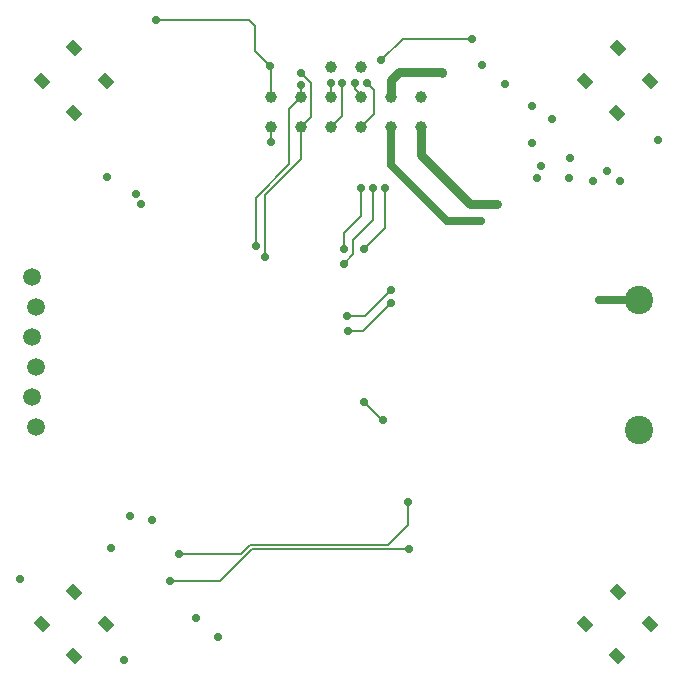
<source format=gbl>
G04*
G04 #@! TF.GenerationSoftware,Altium Limited,Altium Designer,22.2.1 (43)*
G04*
G04 Layer_Physical_Order=2*
G04 Layer_Color=16711680*
%FSLAX44Y44*%
%MOMM*%
G71*
G04*
G04 #@! TF.SameCoordinates,94726236-D1AE-4565-9949-D72E77048C11*
G04*
G04*
G04 #@! TF.FilePolarity,Positive*
G04*
G01*
G75*
%ADD11C,0.2000*%
%ADD91C,1.0000*%
%ADD99C,0.7000*%
%ADD100C,0.8000*%
%ADD104C,2.4000*%
%ADD105C,1.5000*%
%ADD106C,0.7000*%
G04:AMPARAMS|DCode=107|XSize=1.1mm|YSize=0.9mm|CornerRadius=0mm|HoleSize=0mm|Usage=FLASHONLY|Rotation=315.000|XOffset=0mm|YOffset=0mm|HoleType=Round|Shape=Rectangle|*
%AMROTATEDRECTD107*
4,1,4,-0.7071,0.0707,-0.0707,0.7071,0.7071,-0.0707,0.0707,-0.7071,-0.7071,0.0707,0.0*
%
%ADD107ROTATEDRECTD107*%

D11*
X-68750Y80500D02*
Y133250D01*
X-38100Y163900D01*
X-76250Y90000D02*
X-76000Y89750D01*
X-76250Y90000D02*
Y130841D01*
X1750Y18500D02*
X2250Y18000D01*
X15000D01*
X38750Y41750D01*
X1500Y30500D02*
X16500D01*
X38750Y52750D01*
X48250Y265750D02*
X106750D01*
X30000Y247500D02*
X48250Y265750D01*
X35850Y-162900D02*
X52500Y-146250D01*
Y-126750D01*
X-80741Y-162900D02*
X35850D01*
X-88591Y-170750D02*
X-80741Y-162900D01*
X-141000Y-170750D02*
X-88591D01*
X-106250Y-193500D02*
X-79250Y-166500D01*
X53750D01*
X-148750Y-193500D02*
X-106250D01*
X-38100Y190500D02*
X-29000Y199600D01*
Y227750D01*
X-38000Y236750D02*
X-29000Y227750D01*
X-38050Y215950D02*
Y226450D01*
X-38100Y215900D02*
X-38050Y215950D01*
Y226450D02*
X-38000Y226500D01*
X-76250Y130841D02*
X-47750Y159341D01*
Y206250D01*
X-38100Y215900D01*
Y163900D02*
Y190500D01*
X-82000Y281250D02*
X-77000Y276250D01*
X-160250Y281250D02*
X-82000D01*
X-77000Y255500D02*
Y276250D01*
Y255500D02*
X-63750Y242250D01*
X-63625Y216025D02*
X-63500Y215900D01*
X-63750Y242250D02*
X-63625Y242125D01*
Y216025D02*
Y242125D01*
X-63500Y178000D02*
Y190500D01*
Y178000D02*
X-63500Y178000D01*
X-63500Y190500D02*
X-63500Y190500D01*
X-2750Y200450D02*
Y228500D01*
X-12700Y190500D02*
X-2750Y200450D01*
X-12600Y228400D02*
X-12500Y228500D01*
X-12700Y215900D02*
X-12600Y216000D01*
Y228400D01*
X24000Y201800D02*
Y222500D01*
X12700Y190500D02*
X24000Y201800D01*
X18000Y228500D02*
X24000Y222500D01*
X7500Y223250D02*
X12700Y218050D01*
X7500Y223250D02*
Y228500D01*
X12700Y215900D02*
Y218050D01*
X6500Y95000D02*
X23250Y111750D01*
Y139500D01*
X6500Y83500D02*
Y95000D01*
X-1750Y75250D02*
X6500Y83500D01*
X-1500Y87750D02*
Y100750D01*
X13250Y115500D01*
Y139500D01*
X15750Y87750D02*
X33500Y105500D01*
Y139500D01*
X15625Y-42000D02*
X31125Y-57500D01*
X31750D01*
D91*
X12700Y241300D02*
D03*
X-12700D02*
D03*
X63500Y215900D02*
D03*
X38100D02*
D03*
X12700Y190500D02*
D03*
X-12700D02*
D03*
X-38100Y215900D02*
D03*
X-63500D02*
D03*
X63500Y190500D02*
D03*
X38100D02*
D03*
X12700Y215900D02*
D03*
X-12700D02*
D03*
X-38100Y190500D02*
D03*
X-63500D02*
D03*
D99*
X38100Y159044D02*
X86144Y111000D01*
X114750D01*
X38100Y159044D02*
Y190500D01*
X214750Y44000D02*
X248500D01*
D100*
X45250Y237000D02*
X81250D01*
X81500Y236750D01*
X38483Y216283D02*
Y230233D01*
X38100Y215900D02*
X38483Y216283D01*
Y230233D02*
X45250Y237000D01*
X105000Y125750D02*
X128500D01*
X63500Y167250D02*
X105000Y125750D01*
X63500Y167250D02*
Y190500D01*
D104*
X248500Y44000D02*
D03*
Y-66000D02*
D03*
D105*
X-266000Y64000D02*
D03*
X-262000Y38600D02*
D03*
X-266000Y13200D02*
D03*
X-262000Y-12200D02*
D03*
X-266000Y-37600D02*
D03*
X-262000Y-63000D02*
D03*
D106*
X-202250Y148250D02*
D03*
X-68750Y80500D02*
D03*
X-76000Y89750D02*
D03*
X1750Y18500D02*
D03*
X1500Y30500D02*
D03*
X38750Y41750D02*
D03*
Y52750D02*
D03*
X-275540Y-191710D02*
D03*
X114750Y111000D02*
D03*
X106750Y265750D02*
D03*
X30000Y247500D02*
D03*
X81500Y236750D02*
D03*
X214750Y44000D02*
D03*
X-141000Y-170750D02*
D03*
X-148750Y-193500D02*
D03*
X52500Y-126750D02*
D03*
X53750Y-166500D02*
D03*
X-182500Y-138250D02*
D03*
X-163758Y-141508D02*
D03*
X-38000Y236750D02*
D03*
X-160250Y281250D02*
D03*
X-63750Y242250D02*
D03*
X128500Y125750D02*
D03*
X-63500Y178000D02*
D03*
X18000Y228500D02*
D03*
X7500D02*
D03*
X-2750D02*
D03*
X-12500D02*
D03*
X-38000Y226500D02*
D03*
X-1750Y75250D02*
D03*
X-1500Y87750D02*
D03*
X15750D02*
D03*
X15625Y-42000D02*
D03*
X31750Y-57500D02*
D03*
X33500Y139500D02*
D03*
X23250D02*
D03*
X13250D02*
D03*
X264020Y179730D02*
D03*
X221005Y153495D02*
D03*
X232500Y145500D02*
D03*
X209250D02*
D03*
X189730Y164730D02*
D03*
X135250Y227000D02*
D03*
X115500Y243250D02*
D03*
X162000Y148000D02*
D03*
X174500Y198000D02*
D03*
X165270Y158020D02*
D03*
X189250Y148000D02*
D03*
X158000Y208750D02*
D03*
Y177250D02*
D03*
X-177527Y134527D02*
D03*
X-173500Y126000D02*
D03*
X-188000Y-260250D02*
D03*
X-108000Y-241000D02*
D03*
X-127000Y-225000D02*
D03*
X-198750Y-165250D02*
D03*
D107*
X230177Y257400D02*
D03*
X257400Y230177D02*
D03*
X202600Y229823D02*
D03*
X229823Y202600D02*
D03*
X-229823Y-202600D02*
D03*
X-202600Y-229823D02*
D03*
X-257400Y-230177D02*
D03*
X-230177Y-257400D02*
D03*
X230177Y-202600D02*
D03*
X257400Y-229823D02*
D03*
X202600Y-230177D02*
D03*
X229823Y-257400D02*
D03*
X-229823Y257400D02*
D03*
X-202600Y230177D02*
D03*
X-257400Y229823D02*
D03*
X-230177Y202600D02*
D03*
M02*

</source>
